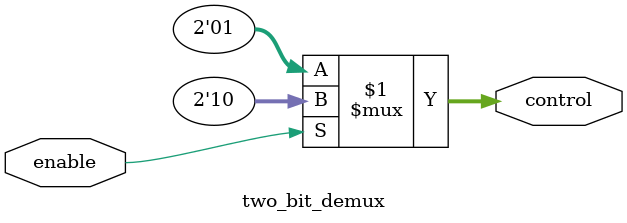
<source format=sv>

module two_bit_demux( 
    input   logic           enable,
    output  logic   [1:0]   control
);
    // sets control based on enable
	assign control = enable ? (2'b10) : (2'b01); // RL
endmodule
</source>
